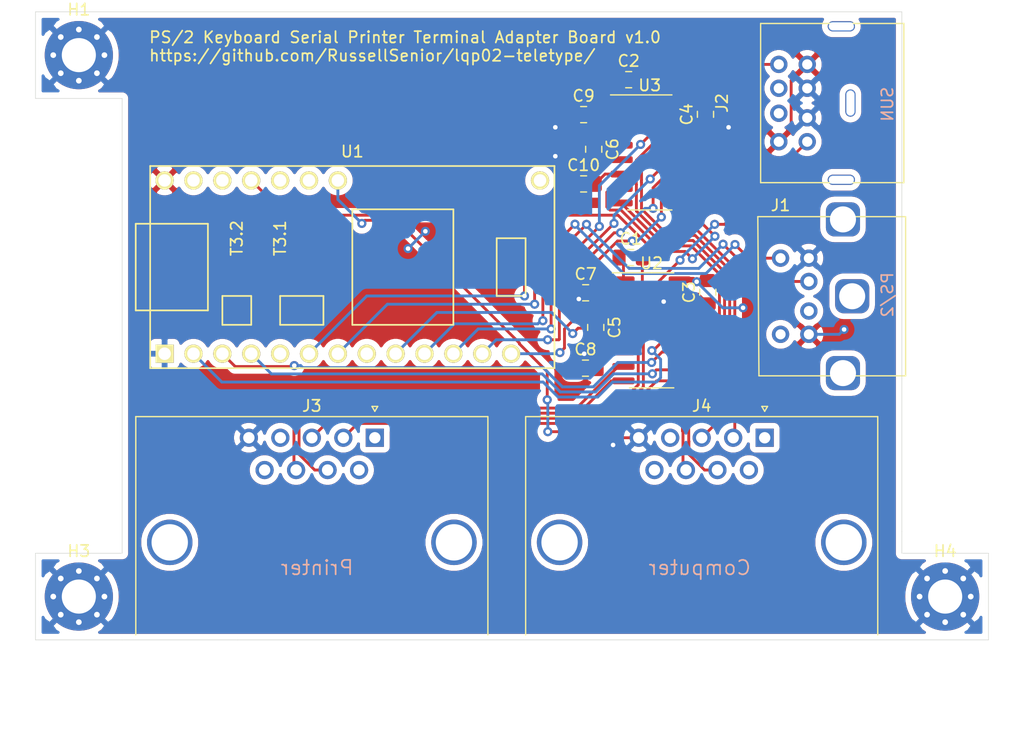
<source format=kicad_pcb>
(kicad_pcb (version 20171130) (host pcbnew 5.1.6-c6e7f7d~86~ubuntu16.04.1)
  (layers (0 F.Cu signal) (31 B.Cu signal) (34 B.Paste user) (35 F.Paste user) (36 B.SilkS user) (37 F.SilkS user) (38 B.Mask user) (39 F.Mask user) (44 Edge.Cuts user))
  (net 0 "")
  (net 1 "Net-(C1-Pad2)")
  (net 2 "Net-(C1-Pad1)")
  (net 3 "Net-(C2-Pad2)")
  (net 4 "Net-(C2-Pad1)")
  (net 5 VCC)
  (net 6 GND)
  (net 7 "Net-(C5-Pad2)")
  (net 8 "Net-(C5-Pad1)")
  (net 9 "Net-(C6-Pad2)")
  (net 10 "Net-(C6-Pad1)")
  (net 11 "Net-(C7-Pad2)")
  (net 12 "Net-(C8-Pad2)")
  (net 13 "Net-(C9-Pad2)")
  (net 14 "Net-(C10-Pad2)")
  (net 15 "Net-(J1-Pad6)")
  (net 16 "Net-(J1-Pad2)")
  (net 17 "Net-(J2-Pad7)")
  (net 18 "Net-(J2-Pad4)")
  (net 19 "Net-(J3-Pad9)")
  (net 20 "Net-(J3-Pad6)")
  (net 21 "Net-(J3-Pad4)")
  (net 22 "Net-(J3-Pad1)")
  (net 23 "Net-(J4-Pad9)")
  (net 24 "Net-(J4-Pad6)")
  (net 25 "Net-(J4-Pad4)")
  (net 26 "Net-(J4-Pad1)")
  (net 27 "Net-(U1-Pad5)")
  (net 28 "Net-(U1-Pad8)")
  (net 29 "Net-(U1-Pad32)")
  (net 30 "Net-(U1-Pad31)")
  (net 31 "Net-(U1-Pad29)")
  (net 32 "Net-(U1-Pad28)")
  (net 33 "Net-(U1-Pad20)")
  (net 34 /PS2_CLK)
  (net 35 /PS2_DATA)
  (net 36 /TX3)
  (net 37 /RX3)
  (net 38 /RTS_PTR)
  (net 39 /CTS_PTR)
  (net 40 /TX_PRT)
  (net 41 /RX_PTR)
  (net 42 /RTS_COMP)
  (net 43 /CTS_COMP)
  (net 44 /TX_COMP)
  (net 45 /RX_COMP)
  (net 46 /RX1)
  (net 47 /TX1)
  (net 48 /RTS1)
  (net 49 /RX2)
  (net 50 /TX2)
  (net 51 /RTS2)
  (net 52 /CTS2)
  (net 53 /CTS1)
  (module MountingHole:MountingHole_3mm_Pad_Via (layer F.Cu) (at 372.11 -349.885)
    (fp_text reference H4 (at 0 -4) (layer F.SilkS))
    (fp_text value MountingHole_Pad)
    (pad 1 thru_hole circle (at 1.59099 -1.59099) (size 0.8 0.8) (drill 0.5) (layers *.Cu *.Mask) (net 6 GND))
    (pad 1 thru_hole circle (at 0 -2.25) (size 0.8 0.8) (drill 0.5) (layers *.Cu *.Mask) (net 6 GND))
    (pad 1 thru_hole circle (at -1.59099 -1.59099) (size 0.8 0.8) (drill 0.5) (layers *.Cu *.Mask) (net 6 GND))
    (pad 1 thru_hole circle (at -2.25 0) (size 0.8 0.8) (drill 0.5) (layers *.Cu *.Mask) (net 6 GND))
    (pad 1 thru_hole circle (at -1.59099 1.59099) (size 0.8 0.8) (drill 0.5) (layers *.Cu *.Mask) (net 6 GND))
    (pad 1 thru_hole circle (at 0 2.25) (size 0.8 0.8) (drill 0.5) (layers *.Cu *.Mask) (net 6 GND))
    (pad 1 thru_hole circle (at 1.59099 1.59099) (size 0.8 0.8) (drill 0.5) (layers *.Cu *.Mask) (net 6 GND))
    (pad 1 thru_hole circle (at 2.25 0) (size 0.8 0.8) (drill 0.5) (layers *.Cu *.Mask) (net 6 GND))
    (pad 1 thru_hole circle (at 0 0) (size 6 6) (drill 3) (layers *.Cu *.Mask) (net 6 GND))
  )
  (module MountingHole:MountingHole_3mm_Pad_Via (layer F.Cu) (at 295.91 -349.885)
    (fp_text reference H3 (at 0 -4) (layer F.SilkS))
    (fp_text value MountingHole_Pad)
    (pad 1 thru_hole circle (at 1.59099 -1.59099) (size 0.8 0.8) (drill 0.5) (layers *.Cu *.Mask) (net 6 GND))
    (pad 1 thru_hole circle (at 0 -2.25) (size 0.8 0.8) (drill 0.5) (layers *.Cu *.Mask) (net 6 GND))
    (pad 1 thru_hole circle (at -1.59099 -1.59099) (size 0.8 0.8) (drill 0.5) (layers *.Cu *.Mask) (net 6 GND))
    (pad 1 thru_hole circle (at -2.25 0) (size 0.8 0.8) (drill 0.5) (layers *.Cu *.Mask) (net 6 GND))
    (pad 1 thru_hole circle (at -1.59099 1.59099) (size 0.8 0.8) (drill 0.5) (layers *.Cu *.Mask) (net 6 GND))
    (pad 1 thru_hole circle (at 0 2.25) (size 0.8 0.8) (drill 0.5) (layers *.Cu *.Mask) (net 6 GND))
    (pad 1 thru_hole circle (at 1.59099 1.59099) (size 0.8 0.8) (drill 0.5) (layers *.Cu *.Mask) (net 6 GND))
    (pad 1 thru_hole circle (at 2.25 0) (size 0.8 0.8) (drill 0.5) (layers *.Cu *.Mask) (net 6 GND))
    (pad 1 thru_hole circle (at 0 0) (size 6 6) (drill 3) (layers *.Cu *.Mask) (net 6 GND))
  )
  (module MountingHole:MountingHole_3mm_Pad_Via (layer F.Cu) (at 295.91 -397.51)
    (fp_text reference H1 (at 0 -4) (layer F.SilkS))
    (fp_text value MountingHole_Pad)
    (pad 1 thru_hole circle (at 1.59099 -1.59099) (size 0.8 0.8) (drill 0.5) (layers *.Cu *.Mask) (net 6 GND))
    (pad 1 thru_hole circle (at 0 -2.25) (size 0.8 0.8) (drill 0.5) (layers *.Cu *.Mask) (net 6 GND))
    (pad 1 thru_hole circle (at -1.59099 -1.59099) (size 0.8 0.8) (drill 0.5) (layers *.Cu *.Mask) (net 6 GND))
    (pad 1 thru_hole circle (at -2.25 0) (size 0.8 0.8) (drill 0.5) (layers *.Cu *.Mask) (net 6 GND))
    (pad 1 thru_hole circle (at -1.59099 1.59099) (size 0.8 0.8) (drill 0.5) (layers *.Cu *.Mask) (net 6 GND))
    (pad 1 thru_hole circle (at 0 2.25) (size 0.8 0.8) (drill 0.5) (layers *.Cu *.Mask) (net 6 GND))
    (pad 1 thru_hole circle (at 1.59099 1.59099) (size 0.8 0.8) (drill 0.5) (layers *.Cu *.Mask) (net 6 GND))
    (pad 1 thru_hole circle (at 2.25 0) (size 0.8 0.8) (drill 0.5) (layers *.Cu *.Mask) (net 6 GND))
    (pad 1 thru_hole circle (at 0 0) (size 6 6) (drill 3) (layers *.Cu *.Mask) (net 6 GND))
  )
  (module teensy:Teensy30_31_32_LC_minus (layer F.Cu) (at 319.9638 -378.8664)
    (fp_text reference U1 (at 0 -10.16) (layer F.SilkS))
    (fp_text value Teensy3.2)
    (fp_text user T3.1 (at -6.35 -2.54 90) (layer F.SilkS))
    (fp_text user T3.2 (at -10.16 -2.54 90) (layer F.SilkS))
    (pad 1 thru_hole rect (at -16.51 7.62) (size 1.6 1.6) (drill 1.1) (layers *.Cu *.Mask F.SilkS) (net 6 GND))
    (pad 2 thru_hole circle (at -13.97 7.62) (size 1.6 1.6) (drill 1.1) (layers *.Cu *.Mask F.SilkS) (net 46 /RX1))
    (pad 3 thru_hole circle (at -11.43 7.62) (size 1.6 1.6) (drill 1.1) (layers *.Cu *.Mask F.SilkS) (net 47 /TX1))
    (pad 4 thru_hole circle (at -8.89 7.62) (size 1.6 1.6) (drill 1.1) (layers *.Cu *.Mask F.SilkS) (net 48 /RTS1))
    (pad 5 thru_hole circle (at -6.35 7.62) (size 1.6 1.6) (drill 1.1) (layers *.Cu *.Mask F.SilkS) (net 27 "Net-(U1-Pad5)"))
    (pad 6 thru_hole circle (at -3.81 7.62) (size 1.6 1.6) (drill 1.1) (layers *.Cu *.Mask F.SilkS) (net 34 /PS2_CLK))
    (pad 7 thru_hole circle (at -1.27 7.62) (size 1.6 1.6) (drill 1.1) (layers *.Cu *.Mask F.SilkS) (net 35 /PS2_DATA))
    (pad 8 thru_hole circle (at 1.27 7.62) (size 1.6 1.6) (drill 1.1) (layers *.Cu *.Mask F.SilkS) (net 28 "Net-(U1-Pad8)"))
    (pad 9 thru_hole circle (at 3.81 7.62) (size 1.6 1.6) (drill 1.1) (layers *.Cu *.Mask F.SilkS) (net 37 /RX3))
    (pad 10 thru_hole circle (at 6.35 7.62) (size 1.6 1.6) (drill 1.1) (layers *.Cu *.Mask F.SilkS) (net 36 /TX3))
    (pad 11 thru_hole circle (at 8.89 7.62) (size 1.6 1.6) (drill 1.1) (layers *.Cu *.Mask F.SilkS) (net 49 /RX2))
    (pad 12 thru_hole circle (at 11.43 7.62) (size 1.6 1.6) (drill 1.1) (layers *.Cu *.Mask F.SilkS) (net 50 /TX2))
    (pad 13 thru_hole circle (at 13.97 7.62) (size 1.6 1.6) (drill 1.1) (layers *.Cu *.Mask F.SilkS) (net 51 /RTS2))
    (pad 33 thru_hole circle (at -16.51 -7.62) (size 1.6 1.6) (drill 1.1) (layers *.Cu *.Mask F.SilkS) (net 5 VCC))
    (pad 32 thru_hole circle (at -13.97 -7.62) (size 1.6 1.6) (drill 1.1) (layers *.Cu *.Mask F.SilkS) (net 29 "Net-(U1-Pad32)"))
    (pad 31 thru_hole circle (at -11.43 -7.62) (size 1.6 1.6) (drill 1.1) (layers *.Cu *.Mask F.SilkS) (net 30 "Net-(U1-Pad31)"))
    (pad 30 thru_hole circle (at -8.89 -7.62) (size 1.6 1.6) (drill 1.1) (layers *.Cu *.Mask F.SilkS) (net 52 /CTS2))
    (pad 29 thru_hole circle (at -6.35 -7.62) (size 1.6 1.6) (drill 1.1) (layers *.Cu *.Mask F.SilkS) (net 31 "Net-(U1-Pad29)"))
    (pad 28 thru_hole circle (at -3.81 -7.62) (size 1.6 1.6) (drill 1.1) (layers *.Cu *.Mask F.SilkS) (net 32 "Net-(U1-Pad28)"))
    (pad 27 thru_hole circle (at -1.27 -7.62) (size 1.6 1.6) (drill 1.1) (layers *.Cu *.Mask F.SilkS) (net 53 /CTS1))
    (pad 20 thru_hole circle (at 16.51 -7.62) (size 1.6 1.6) (drill 1.1) (layers *.Cu *.Mask F.SilkS) (net 33 "Net-(U1-Pad20)"))
  )
  (module Package_SO:SOIC-16_3.9x9.9mm_P1.27mm (layer F.Cu) (at 346.1258 -388.9502)
    (fp_text reference U3 (at 0 -5.9) (layer F.SilkS))
    (fp_text value MAX3232)
    (pad 16 smd roundrect (at 2.475 -4.445) (size 1.95 0.6) (layers F.Cu F.Paste F.Mask) (net 5 VCC))
    (pad 15 smd roundrect (at 2.475 -3.175) (size 1.95 0.6) (layers F.Cu F.Paste F.Mask) (net 6 GND))
    (pad 14 smd roundrect (at 2.475 -1.905) (size 1.95 0.6) (layers F.Cu F.Paste F.Mask) (net 44 /TX_COMP))
    (pad 13 smd roundrect (at 2.475 -0.635) (size 1.95 0.6) (layers F.Cu F.Paste F.Mask) (net 45 /RX_COMP))
    (pad 12 smd roundrect (at 2.475 0.635) (size 1.95 0.6) (layers F.Cu F.Paste F.Mask) (net 49 /RX2))
    (pad 11 smd roundrect (at 2.475 1.905) (size 1.95 0.6) (layers F.Cu F.Paste F.Mask) (net 50 /TX2))
    (pad 10 smd roundrect (at 2.475 3.175) (size 1.95 0.6) (layers F.Cu F.Paste F.Mask) (net 51 /RTS2))
    (pad 9 smd roundrect (at 2.475 4.445) (size 1.95 0.6) (layers F.Cu F.Paste F.Mask) (net 52 /CTS2))
    (pad 8 smd roundrect (at -2.475 4.445) (size 1.95 0.6) (layers F.Cu F.Paste F.Mask) (net 43 /CTS_COMP))
    (pad 7 smd roundrect (at -2.475 3.175) (size 1.95 0.6) (layers F.Cu F.Paste F.Mask) (net 42 /RTS_COMP))
    (pad 6 smd roundrect (at -2.475 1.905) (size 1.95 0.6) (layers F.Cu F.Paste F.Mask) (net 14 "Net-(C10-Pad2)"))
    (pad 5 smd roundrect (at -2.475 0.635) (size 1.95 0.6) (layers F.Cu F.Paste F.Mask) (net 9 "Net-(C6-Pad2)"))
    (pad 4 smd roundrect (at -2.475 -0.635) (size 1.95 0.6) (layers F.Cu F.Paste F.Mask) (net 10 "Net-(C6-Pad1)"))
    (pad 3 smd roundrect (at -2.475 -1.905) (size 1.95 0.6) (layers F.Cu F.Paste F.Mask) (net 3 "Net-(C2-Pad2)"))
    (pad 2 smd roundrect (at -2.475 -3.175) (size 1.95 0.6) (layers F.Cu F.Paste F.Mask) (net 13 "Net-(C9-Pad2)"))
    (pad 1 smd roundrect (at -2.475 -4.445) (size 1.95 0.6) (layers F.Cu F.Paste F.Mask) (net 4 "Net-(C2-Pad1)"))
  )
  (module Package_SO:SOIC-16_3.9x9.9mm_P1.27mm (layer F.Cu) (at 346.2894 -373.3038)
    (fp_text reference U2 (at 0 -5.9) (layer F.SilkS))
    (fp_text value MAX3232)
    (pad 16 smd roundrect (at 2.475 -4.445) (size 1.95 0.6) (layers F.Cu F.Paste F.Mask) (net 5 VCC))
    (pad 15 smd roundrect (at 2.475 -3.175) (size 1.95 0.6) (layers F.Cu F.Paste F.Mask) (net 6 GND))
    (pad 14 smd roundrect (at 2.475 -1.905) (size 1.95 0.6) (layers F.Cu F.Paste F.Mask) (net 40 /TX_PRT))
    (pad 13 smd roundrect (at 2.475 -0.635) (size 1.95 0.6) (layers F.Cu F.Paste F.Mask) (net 41 /RX_PTR))
    (pad 12 smd roundrect (at 2.475 0.635) (size 1.95 0.6) (layers F.Cu F.Paste F.Mask) (net 46 /RX1))
    (pad 11 smd roundrect (at 2.475 1.905) (size 1.95 0.6) (layers F.Cu F.Paste F.Mask) (net 47 /TX1))
    (pad 10 smd roundrect (at 2.475 3.175) (size 1.95 0.6) (layers F.Cu F.Paste F.Mask) (net 48 /RTS1))
    (pad 9 smd roundrect (at 2.475 4.445) (size 1.95 0.6) (layers F.Cu F.Paste F.Mask) (net 53 /CTS1))
    (pad 8 smd roundrect (at -2.475 4.445) (size 1.95 0.6) (layers F.Cu F.Paste F.Mask) (net 39 /CTS_PTR))
    (pad 7 smd roundrect (at -2.475 3.175) (size 1.95 0.6) (layers F.Cu F.Paste F.Mask) (net 38 /RTS_PTR))
    (pad 6 smd roundrect (at -2.475 1.905) (size 1.95 0.6) (layers F.Cu F.Paste F.Mask) (net 12 "Net-(C8-Pad2)"))
    (pad 5 smd roundrect (at -2.475 0.635) (size 1.95 0.6) (layers F.Cu F.Paste F.Mask) (net 7 "Net-(C5-Pad2)"))
    (pad 4 smd roundrect (at -2.475 -0.635) (size 1.95 0.6) (layers F.Cu F.Paste F.Mask) (net 8 "Net-(C5-Pad1)"))
    (pad 3 smd roundrect (at -2.475 -1.905) (size 1.95 0.6) (layers F.Cu F.Paste F.Mask) (net 1 "Net-(C1-Pad2)"))
    (pad 2 smd roundrect (at -2.475 -3.175) (size 1.95 0.6) (layers F.Cu F.Paste F.Mask) (net 11 "Net-(C7-Pad2)"))
    (pad 1 smd roundrect (at -2.475 -4.445) (size 1.95 0.6) (layers F.Cu F.Paste F.Mask) (net 2 "Net-(C1-Pad1)"))
  )
  (module Connector_Dsub:DSUB-9_Female_Horizontal_P2.77x2.84mm_EdgePinOffset14.56mm_Housed_MountingHolesOffset8.20mm (layer F.Cu) (at 356.235 -363.855)
    (fp_text reference J4 (at -5.54 -2.8) (layer F.SilkS))
    (fp_text value DB9_Female)
    (pad 0 thru_hole circle (at 6.96 9.2) (size 4 4) (drill 3.2) (layers *.Cu *.Mask))
    (pad 0 thru_hole circle (at -18.04 9.2) (size 4 4) (drill 3.2) (layers *.Cu *.Mask))
    (pad 9 thru_hole circle (at -9.695 2.84) (size 1.6 1.6) (drill 1) (layers *.Cu *.Mask) (net 23 "Net-(J4-Pad9)"))
    (pad 8 thru_hole circle (at -6.925 2.84) (size 1.6 1.6) (drill 1) (layers *.Cu *.Mask) (net 42 /RTS_COMP))
    (pad 7 thru_hole circle (at -4.155 2.84) (size 1.6 1.6) (drill 1) (layers *.Cu *.Mask) (net 43 /CTS_COMP))
    (pad 6 thru_hole circle (at -1.385 2.84) (size 1.6 1.6) (drill 1) (layers *.Cu *.Mask) (net 24 "Net-(J4-Pad6)"))
    (pad 5 thru_hole circle (at -11.08 0) (size 1.6 1.6) (drill 1) (layers *.Cu *.Mask) (net 6 GND))
    (pad 4 thru_hole circle (at -8.31 0) (size 1.6 1.6) (drill 1) (layers *.Cu *.Mask) (net 25 "Net-(J4-Pad4)"))
    (pad 3 thru_hole circle (at -5.54 0) (size 1.6 1.6) (drill 1) (layers *.Cu *.Mask) (net 44 /TX_COMP))
    (pad 2 thru_hole circle (at -2.77 0) (size 1.6 1.6) (drill 1) (layers *.Cu *.Mask) (net 45 /RX_COMP))
    (pad 1 thru_hole rect (at 0 0) (size 1.6 1.6) (drill 1) (layers *.Cu *.Mask) (net 26 "Net-(J4-Pad1)"))
  )
  (module Connector_Dsub:DSUB-9_Female_Horizontal_P2.77x2.84mm_EdgePinOffset14.56mm_Housed_MountingHolesOffset8.20mm (layer F.Cu) (at 321.945 -363.855)
    (fp_text reference J3 (at -5.54 -2.8) (layer F.SilkS))
    (fp_text value DB9_Female)
    (pad 0 thru_hole circle (at 6.96 9.2) (size 4 4) (drill 3.2) (layers *.Cu *.Mask))
    (pad 0 thru_hole circle (at -18.04 9.2) (size 4 4) (drill 3.2) (layers *.Cu *.Mask))
    (pad 9 thru_hole circle (at -9.695 2.84) (size 1.6 1.6) (drill 1) (layers *.Cu *.Mask) (net 19 "Net-(J3-Pad9)"))
    (pad 8 thru_hole circle (at -6.925 2.84) (size 1.6 1.6) (drill 1) (layers *.Cu *.Mask) (net 38 /RTS_PTR))
    (pad 7 thru_hole circle (at -4.155 2.84) (size 1.6 1.6) (drill 1) (layers *.Cu *.Mask) (net 39 /CTS_PTR))
    (pad 6 thru_hole circle (at -1.385 2.84) (size 1.6 1.6) (drill 1) (layers *.Cu *.Mask) (net 20 "Net-(J3-Pad6)"))
    (pad 5 thru_hole circle (at -11.08 0) (size 1.6 1.6) (drill 1) (layers *.Cu *.Mask) (net 6 GND))
    (pad 4 thru_hole circle (at -8.31 0) (size 1.6 1.6) (drill 1) (layers *.Cu *.Mask) (net 21 "Net-(J3-Pad4)"))
    (pad 3 thru_hole circle (at -5.54 0) (size 1.6 1.6) (drill 1) (layers *.Cu *.Mask) (net 40 /TX_PRT))
    (pad 2 thru_hole circle (at -2.77 0) (size 1.6 1.6) (drill 1) (layers *.Cu *.Mask) (net 41 /RX_PTR))
    (pad 1 thru_hole rect (at 0 0) (size 1.6 1.6) (drill 1) (layers *.Cu *.Mask) (net 22 "Net-(J3-Pad1)"))
  )
  (module ps2-serial-printer-terminal:MD-80SM (layer F.Cu) (at 368.4778 -393.2936 270)
    (fp_text reference J2 (at 0 16 90) (layer F.SilkS))
    (fp_text value Mini-DIN-8)
    (pad "" thru_hole oval (at 6.75 5.5 270) (size 0.9 2.4) (drill oval 0.7 2.2) (layers *.Cu *.Mask))
    (pad "" thru_hole oval (at -6.75 5.5 270) (size 0.9 2.4) (drill oval 0.7 2.2) (layers *.Cu *.Mask))
    (pad "" thru_hole oval (at 0 4.7 270) (size 2.4 0.9) (drill oval 2.2 0.7) (layers *.Cu *.Mask))
    (pad 8 thru_hole circle (at 3.4 11 270) (size 1.524 1.524) (drill 0.9) (layers *.Cu *.Mask) (net 5 VCC))
    (pad 7 thru_hole circle (at 0.9 11 270) (size 1.524 1.524) (drill 0.9) (layers *.Cu *.Mask) (net 17 "Net-(J2-Pad7)"))
    (pad 6 thru_hole circle (at -3.4 11 270) (size 1.524 1.524) (drill 0.9) (layers *.Cu *.Mask) (net 36 /TX3))
    (pad 5 thru_hole circle (at 3.4 8.5 270) (size 1.524 1.524) (drill 0.9) (layers *.Cu *.Mask) (net 37 /RX3))
    (pad 4 thru_hole circle (at -1.3 11 270) (size 1.524 1.524) (drill 0.9) (layers *.Cu *.Mask) (net 18 "Net-(J2-Pad4)"))
    (pad 3 thru_hole circle (at -3.4 8.5 270) (size 1.524 1.524) (drill 0.9) (layers *.Cu *.Mask) (net 5 VCC))
    (pad 2 thru_hole circle (at 1.3 8.5 270) (size 1.524 1.524) (drill 0.9) (layers *.Cu *.Mask) (net 6 GND))
    (pad 1 thru_hole circle (at -1.3 8.5 270) (size 1.524 1.524) (drill 0.9) (layers *.Cu *.Mask) (net 6 GND))
  )
  (module ps2-serial-printer-terminal:5749231-1 (layer F.Cu) (at 368.6312 -376.301 270)
    (fp_text reference J1 (at -8 11) (layer F.SilkS))
    (fp_text value Mini-DIN-6)
    (pad GND thru_hole roundrect (at 6.76 5.51 270) (size 3 3) (drill 2.29) (layers *.Cu *.Mask))
    (pad GND thru_hole roundrect (at -6.76 5.51 270) (size 3 3) (drill 2.29) (layers *.Cu *.Mask))
    (pad GND thru_hole roundrect (at 0 4.7 270) (size 3 3) (drill 2.29) (layers *.Cu *.Mask))
    (pad 5 thru_hole circle (at -3.35 11 270) (size 1.524 1.524) (drill 0.89) (layers *.Cu *.Mask) (net 34 /PS2_CLK))
    (pad 6 thru_hole circle (at 3.35 11 270) (size 1.524 1.524) (drill 0.89) (layers *.Cu *.Mask) (net 15 "Net-(J1-Pad6)"))
    (pad 3 thru_hole circle (at -3.35 8.51 270) (size 1.524 1.524) (drill 0.89) (layers *.Cu *.Mask) (net 6 GND))
    (pad 4 thru_hole circle (at 3.35 8.51 270) (size 1.524 1.524) (drill 0.89) (layers *.Cu *.Mask) (net 5 VCC))
    (pad 1 thru_hole circle (at -1.3 8.51 270) (size 1.524 1.524) (drill 0.89) (layers *.Cu *.Mask) (net 35 /PS2_DATA))
    (pad 2 thru_hole circle (at 1.3 8.51 270) (size 1.524 1.524) (drill 0.89) (layers *.Cu *.Mask) (net 16 "Net-(J1-Pad2)"))
  )
  (module Capacitor_SMD:C_0805_2012Metric_Pad1.15x1.40mm_HandSolder (layer F.Cu) (at 340.3092 -386.1816)
    (fp_text reference C10 (at 0 -1.65) (layer F.SilkS))
    (fp_text value C)
    (pad 2 smd roundrect (at 1.025 0) (size 1.15 1.4) (layers F.Cu F.Paste F.Mask) (roundrect_rratio 0.217391) (net 14 "Net-(C10-Pad2)"))
    (pad 1 smd roundrect (at -1.025 0) (size 1.15 1.4) (layers F.Cu F.Paste F.Mask) (roundrect_rratio 0.217391) (net 6 GND))
  )
  (module Capacitor_SMD:C_0805_2012Metric_Pad1.15x1.40mm_HandSolder (layer F.Cu) (at 340.3092 -392.2776)
    (fp_text reference C9 (at 0 -1.65) (layer F.SilkS))
    (fp_text value C)
    (pad 2 smd roundrect (at 1.025 0) (size 1.15 1.4) (layers F.Cu F.Paste F.Mask) (roundrect_rratio 0.217391) (net 13 "Net-(C9-Pad2)"))
    (pad 1 smd roundrect (at -1.025 0) (size 1.15 1.4) (layers F.Cu F.Paste F.Mask) (roundrect_rratio 0.217391) (net 6 GND))
  )
  (module Capacitor_SMD:C_0805_2012Metric_Pad1.15x1.40mm_HandSolder (layer F.Cu) (at 340.4706 -369.9764)
    (fp_text reference C8 (at 0 -1.65) (layer F.SilkS))
    (fp_text value C)
    (pad 2 smd roundrect (at 1.025 0) (size 1.15 1.4) (layers F.Cu F.Paste F.Mask) (roundrect_rratio 0.217391) (net 12 "Net-(C8-Pad2)"))
    (pad 1 smd roundrect (at -1.025 0) (size 1.15 1.4) (layers F.Cu F.Paste F.Mask) (roundrect_rratio 0.217391) (net 6 GND))
  )
  (module Capacitor_SMD:C_0805_2012Metric_Pad1.15x1.40mm_HandSolder (layer F.Cu) (at 340.487 -376.6058)
    (fp_text reference C7 (at 0 -1.65) (layer F.SilkS))
    (fp_text value C)
    (pad 2 smd roundrect (at 1.025 0) (size 1.15 1.4) (layers F.Cu F.Paste F.Mask) (roundrect_rratio 0.217391) (net 11 "Net-(C7-Pad2)"))
    (pad 1 smd roundrect (at -1.025 0) (size 1.15 1.4) (layers F.Cu F.Paste F.Mask) (roundrect_rratio 0.217391) (net 6 GND))
  )
  (module Capacitor_SMD:C_0805_2012Metric_Pad1.15x1.40mm_HandSolder (layer F.Cu) (at 341.1982 -389.2296 270)
    (fp_text reference C6 (at 0 -1.65 90) (layer F.SilkS))
    (fp_text value C)
    (pad 2 smd roundrect (at 1.025 0 270) (size 1.15 1.4) (layers F.Cu F.Paste F.Mask) (roundrect_rratio 0.217391) (net 9 "Net-(C6-Pad2)"))
    (pad 1 smd roundrect (at -1.025 0 270) (size 1.15 1.4) (layers F.Cu F.Paste F.Mask) (roundrect_rratio 0.217391) (net 10 "Net-(C6-Pad1)"))
  )
  (module Capacitor_SMD:C_0805_2012Metric_Pad1.15x1.40mm_HandSolder (layer F.Cu) (at 341.376 -373.5578 270)
    (fp_text reference C5 (at 0 -1.65 90) (layer F.SilkS))
    (fp_text value C)
    (pad 2 smd roundrect (at 1.025 0 270) (size 1.15 1.4) (layers F.Cu F.Paste F.Mask) (roundrect_rratio 0.217391) (net 7 "Net-(C5-Pad2)"))
    (pad 1 smd roundrect (at -1.025 0 270) (size 1.15 1.4) (layers F.Cu F.Paste F.Mask) (roundrect_rratio 0.217391) (net 8 "Net-(C5-Pad1)"))
  )
  (module Capacitor_SMD:C_0805_2012Metric_Pad1.15x1.40mm_HandSolder (layer F.Cu) (at 351.028 -392.303 90)
    (fp_text reference C4 (at 0 -1.65 90) (layer F.SilkS))
    (fp_text value C)
    (pad 2 smd roundrect (at 1.025 0 90) (size 1.15 1.4) (layers F.Cu F.Paste F.Mask) (roundrect_rratio 0.217391) (net 5 VCC))
    (pad 1 smd roundrect (at -1.025 0 90) (size 1.15 1.4) (layers F.Cu F.Paste F.Mask) (roundrect_rratio 0.217391) (net 6 GND))
  )
  (module Capacitor_SMD:C_0805_2012Metric_Pad1.15x1.40mm_HandSolder (layer F.Cu) (at 351.2312 -376.6566 90)
    (fp_text reference C3 (at 0 -1.65 90) (layer F.SilkS))
    (fp_text value C)
    (pad 2 smd roundrect (at 1.025 0 90) (size 1.15 1.4) (layers F.Cu F.Paste F.Mask) (roundrect_rratio 0.217391) (net 5 VCC))
    (pad 1 smd roundrect (at -1.025 0 90) (size 1.15 1.4) (layers F.Cu F.Paste F.Mask) (roundrect_rratio 0.217391) (net 6 GND))
  )
  (module Capacitor_SMD:C_0805_2012Metric_Pad1.15x1.40mm_HandSolder (layer F.Cu) (at 344.2716 -395.351)
    (fp_text reference C2 (at 0 -1.65) (layer F.SilkS))
    (fp_text value C)
    (pad 2 smd roundrect (at 1.025 0) (size 1.15 1.4) (layers F.Cu F.Paste F.Mask) (roundrect_rratio 0.217391) (net 3 "Net-(C2-Pad2)"))
    (pad 1 smd roundrect (at -1.025 0) (size 1.15 1.4) (layers F.Cu F.Paste F.Mask) (roundrect_rratio 0.217391) (net 4 "Net-(C2-Pad1)"))
  )
  (module Capacitor_SMD:C_0805_2012Metric_Pad1.15x1.40mm_HandSolder (layer F.Cu) (at 344.4494 -379.7046)
    (fp_text reference C1 (at 0 -1.65) (layer F.SilkS))
    (fp_text value C)
    (pad 2 smd roundrect (at 1.025 0) (size 1.15 1.4) (layers F.Cu F.Paste F.Mask) (roundrect_rratio 0.217391) (net 1 "Net-(C1-Pad2)"))
    (pad 1 smd roundrect (at -1.025 0) (size 1.15 1.4) (layers F.Cu F.Paste F.Mask) (roundrect_rratio 0.217391) (net 2 "Net-(C1-Pad1)"))
  )
  (gr_line (start 292.1 -393.7) (end 299.72 -393.7) (layer Edge.Cuts) (width 0.05))
  (gr_line (start 368.3 -353.695) (end 368.3 -355.6) (layer Edge.Cuts) (width 0.05))
  (gr_line (start 375.92 -353.695) (end 368.3 -353.695) (layer Edge.Cuts) (width 0.05))
  (gr_line (start 375.92 -346.075) (end 375.92 -353.695) (layer Edge.Cuts) (width 0.05))
  (gr_line (start 309.88 -346.075) (end 375.92 -346.075) (layer Edge.Cuts) (width 0.05))
  (gr_line (start 293.37 -401.32) (end 292.1 -401.32) (layer Edge.Cuts) (width 0.05))
  (gr_line (start 292.1 -401.32) (end 292.1 -393.7) (layer Edge.Cuts) (width 0.05))
  (gr_line (start 292.1 -346.075) (end 299.72 -346.075) (layer Edge.Cuts) (width 0.05))
  (gr_line (start 292.1 -353.695) (end 292.1 -346.075) (layer Edge.Cuts) (width 0.05))
  (gr_line (start 299.72 -353.695) (end 292.1 -353.695) (layer Edge.Cuts) (width 0.05))
  (gr_line (start 299.72 -393.7) (end 299.72 -353.695) (layer Edge.Cuts) (width 0.05))
  (gr_line (start 299.72 -401.32) (end 293.37 -401.32) (layer Edge.Cuts) (width 0.05))
  (gr_line (start 368.3 -401.32) (end 368.3 -355.6) (layer Edge.Cuts) (width 0.05))
  (gr_line (start 309.88 -346.075) (end 299.72 -346.075) (layer Edge.Cuts) (width 0.05))
  (gr_text "PS/2 Keyboard Serial Printer Terminal Adapter Board v1.0\nhttps://github.com/RussellSenior/lqp02-teletype/" (at 302.006 -398.272) (layer F.SilkS) (effects (font (size 1 1)) (justify left)))
  (gr_text SUN (at 367.03 -393.192 90) (layer B.SilkS) (effects (font (size 1 1)) (justify mirror)))
  (gr_text PS/2 (at 367.03 -376.428 90) (layer B.SilkS) (effects (font (size 1 1)) (justify mirror)))
  (gr_text Computer (at 350.52 -352.425) (layer B.SilkS) (effects (font (size 1.27 1.27)) (justify mirror)))
  (gr_text Printer (at 316.865 -352.425) (layer B.SilkS) (effects (font (size 1.27 1.27)) (justify mirror)))
  (gr_line (start 368.3 -401.32) (end 299.72 -401.32) (layer Edge.Cuts) (width 0.05))
  (segment (start 345.4744 -375.8938) (end 345.4744 -379.7046) (width 0.25) (layer F.Cu) (net 1))
  (segment (start 344.7894 -375.2088) (end 345.4744 -375.8938) (width 0.25) (layer F.Cu) (net 1))
  (segment (start 343.8144 -375.2088) (end 344.7894 -375.2088) (width 0.25) (layer F.Cu) (net 1))
  (segment (start 343.8144 -379.3146) (end 343.4244 -379.7046) (width 0.25) (layer F.Cu) (net 2))
  (segment (start 343.8144 -377.7488) (end 343.8144 -379.3146) (width 0.25) (layer F.Cu) (net 2))
  (segment (start 343.6508 -390.8552) (end 345.059 -390.8552) (width 0.25) (layer F.Cu) (net 3))
  (segment (start 345.2966 -391.0928) (end 345.2966 -395.351) (width 0.25) (layer F.Cu) (net 3))
  (segment (start 345.059 -390.8552) (end 345.2966 -391.0928) (width 0.25) (layer F.Cu) (net 3))
  (segment (start 343.2466 -393.7994) (end 343.6508 -393.3952) (width 0.25) (layer F.Cu) (net 4))
  (segment (start 343.2466 -395.351) (end 343.2466 -393.7994) (width 0.25) (layer F.Cu) (net 4))
  (segment (start 350.9608 -393.3952) (end 351.028 -393.328) (width 0.25) (layer F.Cu) (net 5))
  (segment (start 348.6008 -393.3952) (end 350.9608 -393.3952) (width 0.25) (layer F.Cu) (net 5))
  (via (at 363.22 -373.38) (size 0.8) (drill 0.4) (layers F.Cu B.Cu) (net 5))
  (segment (start 362.791 -372.951) (end 363.22 -373.38) (width 0.25) (layer B.Cu) (net 5))
  (segment (start 360.1212 -372.951) (end 362.791 -372.951) (width 0.25) (layer B.Cu) (net 5))
  (via (at 350.25322 -377.57599) (size 0.8) (drill 0.4) (layers F.Cu B.Cu) (net 5))
  (segment (start 350.35883 -377.6816) (end 350.25322 -377.57599) (width 0.25) (layer F.Cu) (net 5))
  (segment (start 351.2312 -377.6816) (end 350.35883 -377.6816) (width 0.25) (layer F.Cu) (net 5))
  (via (at 354.33124 -375.285166) (size 0.8) (drill 0.4) (layers F.Cu B.Cu) (net 5))
  (segment (start 352.544044 -375.285166) (end 354.33124 -375.285166) (width 0.25) (layer B.Cu) (net 5))
  (segment (start 350.25322 -377.57599) (end 352.544044 -375.285166) (width 0.25) (layer B.Cu) (net 5))
  (segment (start 358.564801 -390.980601) (end 357.4778 -389.8936) (width 0.25) (layer F.Cu) (net 5))
  (segment (start 358.564801 -395.280601) (end 358.564801 -390.980601) (width 0.25) (layer F.Cu) (net 5))
  (segment (start 359.9778 -396.6936) (end 358.564801 -395.280601) (width 0.25) (layer F.Cu) (net 5))
  (segment (start 309.4482 -380.492) (end 324.866 -380.492) (width 0.25) (layer F.Cu) (net 5))
  (via (at 324.866 -380.492) (size 0.8) (drill 0.4) (layers F.Cu B.Cu) (net 5))
  (segment (start 303.4538 -386.4864) (end 309.4482 -380.492) (width 0.25) (layer F.Cu) (net 5))
  (via (at 326.39 -382.016) (size 0.8) (drill 0.4) (layers F.Cu B.Cu) (net 5))
  (segment (start 324.866 -380.492) (end 326.39 -382.016) (width 0.25) (layer B.Cu) (net 5))
  (segment (start 350.384 -376.4788) (end 351.2312 -375.6316) (width 0.25) (layer F.Cu) (net 6))
  (segment (start 348.7644 -376.4788) (end 350.384 -376.4788) (width 0.25) (layer F.Cu) (net 6))
  (segment (start 350.1808 -392.1252) (end 351.028 -391.278) (width 0.25) (layer F.Cu) (net 6))
  (segment (start 348.6008 -392.1252) (end 350.1808 -392.1252) (width 0.25) (layer F.Cu) (net 6))
  (via (at 353.06 -391.16) (size 0.8) (drill 0.4) (layers F.Cu B.Cu) (net 6))
  (segment (start 352.942 -391.278) (end 353.06 -391.16) (width 0.25) (layer F.Cu) (net 6))
  (segment (start 351.028 -391.278) (end 352.942 -391.278) (width 0.25) (layer F.Cu) (net 6))
  (via (at 337.82 -388.62) (size 0.8) (drill 0.4) (layers F.Cu B.Cu) (net 6))
  (segment (start 339.2842 -387.1558) (end 337.82 -388.62) (width 0.25) (layer F.Cu) (net 6))
  (segment (start 339.2842 -386.1816) (end 339.2842 -387.1558) (width 0.25) (layer F.Cu) (net 6))
  (via (at 337.82 -391.16) (size 0.8) (drill 0.4) (layers F.Cu B.Cu) (net 6))
  (segment (start 338.9376 -392.2776) (end 337.82 -391.16) (width 0.25) (layer F.Cu) (net 6))
  (segment (start 339.2842 -392.2776) (end 338.9376 -392.2776) (width 0.25) (layer F.Cu) (net 6))
  (via (at 342.9 -363.22) (size 0.8) (drill 0.4) (layers F.Cu B.Cu) (net 6))
  (segment (start 343.535 -363.855) (end 342.9 -363.22) (width 0.25) (layer F.Cu) (net 6))
  (segment (start 345.155 -363.855) (end 343.535 -363.855) (width 0.25) (layer F.Cu) (net 6))
  (segment (start 339.462 -376.482707) (end 339.88699 -376.057717) (width 0.25) (layer F.Cu) (net 6))
  (via (at 339.88699 -376.057717) (size 0.8) (drill 0.4) (layers F.Cu B.Cu) (net 6))
  (segment (start 339.462 -376.6058) (end 339.462 -376.482707) (width 0.25) (layer F.Cu) (net 6))
  (segment (start 340.024707 -375.92) (end 340.36 -375.92) (width 0.25) (layer B.Cu) (net 6))
  (segment (start 340.024707 -375.92) (end 339.88699 -376.057717) (width 0.25) (layer B.Cu) (net 6))
  (via (at 347.351183 -375.829178) (size 0.8) (drill 0.4) (layers F.Cu B.Cu) (net 6))
  (segment (start 348.000805 -376.4788) (end 347.351183 -375.829178) (width 0.25) (layer F.Cu) (net 6))
  (segment (start 348.7644 -376.4788) (end 348.000805 -376.4788) (width 0.25) (layer F.Cu) (net 6))
  (segment (start 340.0298 -370.5098) (end 339.462 -370.5098) (width 0.25) (layer F.Cu) (net 6))
  (segment (start 340.385483 -370.865483) (end 340.0298 -370.5098) (width 0.25) (layer F.Cu) (net 6))
  (segment (start 340.36 -371.2419) (end 340.385483 -370.865483) (width 0.25) (layer F.Cu) (net 6))
  (via (at 340.36 -371.2419) (size 0.8) (drill 0.4) (layers F.Cu B.Cu) (net 6))
  (segment (start 341.512 -372.6688) (end 341.376 -372.5328) (width 0.25) (layer F.Cu) (net 7))
  (segment (start 343.8144 -372.6688) (end 341.512 -372.6688) (width 0.25) (layer F.Cu) (net 7))
  (segment (start 342.02 -373.9388) (end 341.376 -374.5828) (width 0.25) (layer F.Cu) (net 8))
  (segment (start 343.8144 -373.9388) (end 342.02 -373.9388) (width 0.25) (layer F.Cu) (net 8))
  (segment (start 341.3088 -388.3152) (end 341.1982 -388.2046) (width 0.25) (layer F.Cu) (net 9))
  (segment (start 343.6508 -388.3152) (end 341.3088 -388.3152) (width 0.25) (layer F.Cu) (net 9))
  (segment (start 341.8676 -389.5852) (end 341.1982 -390.2546) (width 0.25) (layer F.Cu) (net 10))
  (segment (start 343.6508 -389.5852) (end 341.8676 -389.5852) (width 0.25) (layer F.Cu) (net 10))
  (segment (start 341.639 -376.4788) (end 341.512 -376.6058) (width 0.25) (layer F.Cu) (net 11))
  (segment (start 343.8144 -376.4788) (end 341.639 -376.4788) (width 0.25) (layer F.Cu) (net 11))
  (segment (start 342.401 -371.3988) (end 341.512 -370.5098) (width 0.25) (layer F.Cu) (net 12))
  (segment (start 343.8144 -371.3988) (end 342.401 -371.3988) (width 0.25) (layer F.Cu) (net 12))
  (segment (start 341.4866 -392.1252) (end 341.3342 -392.2776) (width 0.25) (layer F.Cu) (net 13))
  (segment (start 343.6508 -392.1252) (end 341.4866 -392.1252) (width 0.25) (layer F.Cu) (net 13))
  (segment (start 342.1978 -387.0452) (end 341.3342 -386.1816) (width 0.25) (layer F.Cu) (net 14))
  (segment (start 343.6508 -387.0452) (end 342.1978 -387.0452) (width 0.25) (layer F.Cu) (net 14))
  (via (at 353.624891 -380.851276) (size 0.8) (drill 0.4) (layers F.Cu B.Cu) (net 34))
  (segment (start 354.825167 -379.651) (end 353.624891 -380.851276) (width 0.25) (layer F.Cu) (net 34))
  (segment (start 357.6312 -379.651) (end 354.825167 -379.651) (width 0.25) (layer F.Cu) (net 34))
  (via (at 339.550546 -382.638251) (size 0.8) (drill 0.4) (layers F.Cu B.Cu) (net 34))
  (segment (start 343.814808 -378.30099) (end 339.550546 -382.565252) (width 0.25) (layer B.Cu) (net 34))
  (segment (start 353.624891 -380.851276) (end 351.074605 -378.30099) (width 0.25) (layer B.Cu) (net 34))
  (segment (start 339.550546 -382.565252) (end 339.550546 -382.638251) (width 0.25) (layer B.Cu) (net 34))
  (segment (start 351.074605 -378.30099) (end 343.814808 -378.30099) (width 0.25) (layer B.Cu) (net 34))
  (via (at 335.110997 -376.325679) (size 0.8) (drill 0.4) (layers F.Cu B.Cu) (net 34))
  (segment (start 335.110997 -378.198702) (end 335.110997 -376.325679) (width 0.25) (layer F.Cu) (net 34))
  (segment (start 339.550546 -382.638251) (end 335.110997 -378.198702) (width 0.25) (layer F.Cu) (net 34))
  (segment (start 321.233079 -376.325679) (end 316.1538 -371.2464) (width 0.25) (layer B.Cu) (net 34))
  (segment (start 335.110997 -376.325679) (end 321.233079 -376.325679) (width 0.25) (layer B.Cu) (net 34))
  (via (at 352.573497 -380.877364) (size 0.8) (drill 0.4) (layers F.Cu B.Cu) (net 35))
  (segment (start 355.849861 -377.601) (end 352.573497 -380.877364) (width 0.25) (layer F.Cu) (net 35))
  (segment (start 360.1212 -377.601) (end 355.849861 -377.601) (width 0.25) (layer F.Cu) (net 35))
  (segment (start 352.573497 -380.877364) (end 350.447132 -378.750999) (width 0.25) (layer B.Cu) (net 35))
  (segment (start 344.310773 -378.750999) (end 340.5632 -382.498572) (width 0.25) (layer B.Cu) (net 35))
  (via (at 340.5632 -382.6256) (size 0.8) (drill 0.4) (layers F.Cu B.Cu) (net 35))
  (segment (start 350.447132 -378.750999) (end 344.310773 -378.750999) (width 0.25) (layer B.Cu) (net 35))
  (segment (start 340.5632 -382.498572) (end 340.5632 -382.6256) (width 0.25) (layer B.Cu) (net 35))
  (via (at 335.99933 -375.600679) (size 0.8) (drill 0.4) (layers F.Cu B.Cu) (net 35))
  (segment (start 335.99933 -378.06173) (end 335.99933 -375.600679) (width 0.25) (layer F.Cu) (net 35))
  (segment (start 340.5632 -382.6256) (end 335.99933 -378.06173) (width 0.25) (layer F.Cu) (net 35))
  (segment (start 323.048079 -375.600679) (end 318.6938 -371.2464) (width 0.25) (layer B.Cu) (net 35))
  (segment (start 335.99933 -375.600679) (end 323.048079 -375.600679) (width 0.25) (layer B.Cu) (net 35))
  (via (at 345.320342 -389.654058) (size 0.8) (drill 0.4) (layers F.Cu B.Cu) (net 36))
  (segment (start 357.4778 -396.6936) (end 350.252432 -396.6936) (width 0.25) (layer F.Cu) (net 36))
  (segment (start 350.252432 -396.6936) (end 347.30079 -393.741958) (width 0.25) (layer F.Cu) (net 36))
  (segment (start 347.30079 -393.741958) (end 347.30079 -391.634506) (width 0.25) (layer F.Cu) (net 36))
  (segment (start 347.30079 -391.634506) (end 345.320342 -389.654058) (width 0.25) (layer F.Cu) (net 36))
  (via (at 341.693515 -382.441259) (size 0.8) (drill 0.4) (layers F.Cu B.Cu) (net 36))
  (segment (start 341.693515 -386.027231) (end 341.693515 -382.441259) (width 0.25) (layer B.Cu) (net 36))
  (segment (start 345.320342 -389.654058) (end 341.693515 -386.027231) (width 0.25) (layer B.Cu) (net 36))
  (segment (start 336.72433 -377.472074) (end 336.72433 -374.150678) (width 0.25) (layer F.Cu) (net 36))
  (via (at 336.72433 -374.150678) (size 0.8) (drill 0.4) (layers F.Cu B.Cu) (net 36))
  (segment (start 341.693515 -382.441259) (end 336.72433 -377.472074) (width 0.25) (layer F.Cu) (net 36))
  (segment (start 328.943088 -373.875688) (end 326.3138 -371.2464) (width 0.25) (layer B.Cu) (net 36))
  (segment (start 336.283688 -373.875688) (end 328.943088 -373.875688) (width 0.25) (layer B.Cu) (net 36))
  (segment (start 336.558678 -374.150678) (end 336.283688 -373.875688) (width 0.25) (layer B.Cu) (net 36))
  (segment (start 336.72433 -374.150678) (end 336.558678 -374.150678) (width 0.25) (layer B.Cu) (net 36))
  (via (at 351.834638 -382.626193) (size 0.8) (drill 0.4) (layers F.Cu B.Cu) (net 37))
  (segment (start 352.710393 -382.626193) (end 351.834638 -382.626193) (width 0.25) (layer F.Cu) (net 37))
  (segment (start 359.9778 -389.8936) (end 352.710393 -382.626193) (width 0.25) (layer F.Cu) (net 37))
  (via (at 348.7928 -379.476) (size 0.8) (drill 0.4) (layers F.Cu B.Cu) (net 37))
  (segment (start 348.7928 -379.584355) (end 348.7928 -379.476) (width 0.25) (layer B.Cu) (net 37))
  (segment (start 351.834638 -382.626193) (end 348.7928 -379.584355) (width 0.25) (layer B.Cu) (net 37))
  (segment (start 342.617642 -373.48879) (end 339.821947 -373.48879) (width 0.25) (layer F.Cu) (net 37))
  (segment (start 339.821947 -373.48879) (end 339.351399 -373.018242) (width 0.25) (layer F.Cu) (net 37))
  (segment (start 342.792642 -373.31379) (end 342.617642 -373.48879) (width 0.25) (layer F.Cu) (net 37))
  (segment (start 348.7928 -379.476) (end 346.37441 -377.05761) (width 0.25) (layer F.Cu) (net 37))
  (segment (start 344.836158 -373.31379) (end 342.792642 -373.31379) (width 0.25) (layer F.Cu) (net 37))
  (segment (start 346.37441 -377.05761) (end 346.37441 -374.852042) (width 0.25) (layer F.Cu) (net 37))
  (via (at 339.351399 -373.018242) (size 0.8) (drill 0.4) (layers F.Cu B.Cu) (net 37))
  (segment (start 346.37441 -374.852042) (end 344.836158 -373.31379) (width 0.25) (layer F.Cu) (net 37))
  (segment (start 327.403079 -374.875679) (end 323.7738 -371.2464) (width 0.25) (layer B.Cu) (net 37))
  (segment (start 337.493962 -374.875679) (end 327.403079 -374.875679) (width 0.25) (layer B.Cu) (net 37))
  (segment (start 339.351399 -373.018242) (end 337.493962 -374.875679) (width 0.25) (layer B.Cu) (net 37))
  (segment (start 314.829989 -361.205011) (end 315.02 -361.015) (width 0.25) (layer F.Cu) (net 38))
  (segment (start 343.8144 -370.1288) (end 343.3572 -370.1288) (width 0.25) (layer F.Cu) (net 38))
  (segment (start 343.3572 -370.1288) (end 339.692409 -366.464009) (width 0.25) (layer F.Cu) (net 38))
  (segment (start 339.692409 -366.464009) (end 316.297599 -366.464009) (width 0.25) (layer F.Cu) (net 38))
  (segment (start 314.829989 -364.996399) (end 314.829989 -361.205011) (width 0.25) (layer F.Cu) (net 38))
  (segment (start 316.297599 -366.464009) (end 314.829989 -364.996399) (width 0.25) (layer F.Cu) (net 38))
  (segment (start 316.65863 -361.015) (end 317.79 -361.015) (width 0.25) (layer F.Cu) (net 39))
  (segment (start 315.279999 -362.393631) (end 316.65863 -361.015) (width 0.25) (layer F.Cu) (net 39))
  (segment (start 315.279999 -364.809999) (end 315.279999 -362.393631) (width 0.25) (layer F.Cu) (net 39))
  (segment (start 316.484 -366.014) (end 315.279999 -364.809999) (width 0.25) (layer F.Cu) (net 39))
  (segment (start 343.8144 -368.8588) (end 342.7476 -368.8588) (width 0.25) (layer F.Cu) (net 39))
  (segment (start 342.7476 -368.8588) (end 339.9028 -366.014) (width 0.25) (layer F.Cu) (net 39))
  (segment (start 339.9028 -366.014) (end 316.484 -366.014) (width 0.25) (layer F.Cu) (net 39))
  (segment (start 345.11441 -372.53381) (end 345.11441 -368.512042) (width 0.25) (layer F.Cu) (net 40))
  (segment (start 342.166357 -365.563989) (end 318.113989 -365.563989) (width 0.25) (layer F.Cu) (net 40))
  (segment (start 345.11441 -368.512042) (end 342.166357 -365.563989) (width 0.25) (layer F.Cu) (net 40))
  (segment (start 318.113989 -365.563989) (end 316.405 -363.855) (width 0.25) (layer F.Cu) (net 40))
  (segment (start 347.7894 -375.2088) (end 345.11441 -372.53381) (width 0.25) (layer F.Cu) (net 40))
  (segment (start 348.7644 -375.2088) (end 347.7894 -375.2088) (width 0.25) (layer F.Cu) (net 40))
  (segment (start 347.218 -373.9388) (end 345.564421 -372.285221) (width 0.25) (layer F.Cu) (net 41))
  (segment (start 345.564421 -368.325642) (end 342.352757 -365.113978) (width 0.25) (layer F.Cu) (net 41))
  (segment (start 342.352757 -365.113978) (end 320.433978 -365.113978) (width 0.25) (layer F.Cu) (net 41))
  (segment (start 320.433978 -365.113978) (end 319.175 -363.855) (width 0.25) (layer F.Cu) (net 41))
  (segment (start 348.7644 -373.9388) (end 347.218 -373.9388) (width 0.25) (layer F.Cu) (net 41))
  (segment (start 345.564421 -372.285221) (end 345.564421 -368.325642) (width 0.25) (layer F.Cu) (net 41))
  (segment (start 342.35079 -384.158442) (end 342.629042 -383.88019) (width 0.25) (layer F.Cu) (net 42))
  (segment (start 349.050001 -364.395001) (end 349.050001 -361.274999) (width 0.25) (layer F.Cu) (net 42))
  (segment (start 352.256207 -368.894618) (end 349.003189 -365.6416) (width 0.25) (layer F.Cu) (net 42))
  (segment (start 346.747557 -380.72961) (end 349.77138 -380.72961) (width 0.25) (layer F.Cu) (net 42))
  (segment (start 349.003189 -364.441813) (end 349.050001 -364.395001) (width 0.25) (layer F.Cu) (net 42))
  (segment (start 352.256207 -378.244783) (end 352.256207 -368.894618) (width 0.25) (layer F.Cu) (net 42))
  (segment (start 342.629042 -383.88019) (end 343.596977 -383.88019) (width 0.25) (layer F.Cu) (net 42))
  (segment (start 349.050001 -361.274999) (end 349.31 -361.015) (width 0.25) (layer F.Cu) (net 42))
  (segment (start 342.6758 -385.7752) (end 342.35079 -385.45019) (width 0.25) (layer F.Cu) (net 42))
  (segment (start 343.596977 -383.88019) (end 346.747557 -380.72961) (width 0.25) (layer F.Cu) (net 42))
  (segment (start 343.6508 -385.7752) (end 342.6758 -385.7752) (width 0.25) (layer F.Cu) (net 42))
  (segment (start 342.35079 -385.45019) (end 342.35079 -384.158442) (width 0.25) (layer F.Cu) (net 42))
  (segment (start 349.003189 -365.6416) (end 349.003189 -364.441813) (width 0.25) (layer F.Cu) (net 42))
  (segment (start 349.77138 -380.72961) (end 352.256207 -378.244783) (width 0.25) (layer F.Cu) (net 42))
  (segment (start 349.569999 -362.393631) (end 350.94863 -361.015) (width 0.25) (layer F.Cu) (net 43))
  (segment (start 352.706218 -378.431182) (end 352.706218 -368.708218) (width 0.25) (layer F.Cu) (net 43))
  (segment (start 352.706218 -368.708218) (end 349.5548 -365.5568) (width 0.25) (layer F.Cu) (net 43))
  (segment (start 349.569999 -363.525001) (end 349.569999 -362.393631) (width 0.25) (layer F.Cu) (net 43))
  (segment (start 343.6508 -384.462778) (end 346.910383 -381.203195) (width 0.25) (layer F.Cu) (net 43))
  (segment (start 349.934205 -381.203195) (end 352.706218 -378.431182) (width 0.25) (layer F.Cu) (net 43))
  (segment (start 346.910383 -381.203195) (end 349.934205 -381.203195) (width 0.25) (layer F.Cu) (net 43))
  (segment (start 343.6508 -384.5052) (end 343.6508 -384.462778) (width 0.25) (layer F.Cu) (net 43))
  (segment (start 349.5548 -365.5568) (end 349.5548 -363.5402) (width 0.25) (layer F.Cu) (net 43))
  (segment (start 349.5548 -363.5402) (end 349.569999 -363.525001) (width 0.25) (layer F.Cu) (net 43))
  (segment (start 350.94863 -361.015) (end 352.08 -361.015) (width 0.25) (layer F.Cu) (net 43))
  (segment (start 348.224032 -390.8552) (end 348.6008 -390.8552) (width 0.25) (layer F.Cu) (net 44))
  (segment (start 344.95081 -386.698442) (end 344.939189 -386.686821) (width 0.25) (layer F.Cu) (net 44))
  (segment (start 353.156229 -366.316229) (end 350.695 -363.855) (width 0.25) (layer F.Cu) (net 44))
  (segment (start 344.939189 -386.686821) (end 344.939189 -386.133579) (width 0.25) (layer F.Cu) (net 44))
  (segment (start 344.95081 -386.121958) (end 344.95081 -383.799179) (width 0.25) (layer F.Cu) (net 44))
  (segment (start 344.939189 -386.133579) (end 344.95081 -386.121958) (width 0.25) (layer F.Cu) (net 44))
  (segment (start 353.156229 -378.617581) (end 353.156229 -366.316229) (width 0.25) (layer F.Cu) (net 44))
  (segment (start 344.95081 -383.799179) (end 347.096783 -381.653206) (width 0.25) (layer F.Cu) (net 44))
  (segment (start 350.120604 -381.653206) (end 353.156229 -378.617581) (width 0.25) (layer F.Cu) (net 44))
  (segment (start 347.096783 -381.653206) (end 350.120604 -381.653206) (width 0.25) (layer F.Cu) (net 44))
  (segment (start 348.6008 -390.8552) (end 347.546789 -390.8552) (width 0.25) (layer F.Cu) (net 44))
  (segment (start 344.95081 -388.259221) (end 344.95081 -386.698442) (width 0.25) (layer F.Cu) (net 44))
  (segment (start 347.546789 -390.8552) (end 344.95081 -388.259221) (width 0.25) (layer F.Cu) (net 44))
  (segment (start 348.977568 -389.5852) (end 348.6008 -389.5852) (width 0.25) (layer F.Cu) (net 45))
  (segment (start 353.60624 -363.99624) (end 353.465 -363.855) (width 0.25) (layer F.Cu) (net 45))
  (segment (start 348.6008 -389.5852) (end 348.3008 -389.8852) (width 0.25) (layer F.Cu) (net 45))
  (segment (start 345.400821 -388.072821) (end 345.400821 -386.512042) (width 0.25) (layer F.Cu) (net 45))
  (segment (start 345.400821 -383.985579) (end 347.283183 -382.103217) (width 0.25) (layer F.Cu) (net 45))
  (segment (start 350.307003 -382.103217) (end 353.60624 -378.803981) (width 0.25) (layer F.Cu) (net 45))
  (segment (start 347.283183 -382.103217) (end 350.307003 -382.103217) (width 0.25) (layer F.Cu) (net 45))
  (segment (start 345.3892 -386.319979) (end 345.400821 -386.308358) (width 0.25) (layer F.Cu) (net 45))
  (segment (start 345.400821 -386.308358) (end 345.400821 -383.985579) (width 0.25) (layer F.Cu) (net 45))
  (segment (start 348.3008 -389.8852) (end 347.2132 -389.8852) (width 0.25) (layer F.Cu) (net 45))
  (segment (start 353.60624 -378.803981) (end 353.60624 -363.99624) (width 0.25) (layer F.Cu) (net 45))
  (segment (start 345.3892 -386.500421) (end 345.3892 -386.319979) (width 0.25) (layer F.Cu) (net 45))
  (segment (start 347.2132 -389.8852) (end 345.400821 -388.072821) (width 0.25) (layer F.Cu) (net 45))
  (segment (start 345.400821 -386.512042) (end 345.3892 -386.500421) (width 0.25) (layer F.Cu) (net 45))
  (via (at 346.310654 -371.522511) (size 0.8) (drill 0.4) (layers F.Cu B.Cu) (net 46))
  (segment (start 347.5736 -372.6688) (end 346.3036 -371.3988) (width 0.25) (layer F.Cu) (net 46))
  (segment (start 348.7644 -372.6688) (end 347.5736 -372.6688) (width 0.25) (layer F.Cu) (net 46))
  (segment (start 342.863135 -368.753278) (end 341.544489 -367.434632) (width 0.25) (layer B.Cu) (net 46))
  (segment (start 346.439595 -371.3988) (end 347.082332 -370.756063) (width 0.25) (layer B.Cu) (net 46))
  (segment (start 346.3036 -371.3988) (end 346.439595 -371.3988) (width 0.25) (layer B.Cu) (net 46))
  (segment (start 338.066756 -367.434632) (end 336.74811 -368.753278) (width 0.25) (layer B.Cu) (net 46))
  (segment (start 336.74811 -368.753278) (end 308.486922 -368.753278) (width 0.25) (layer B.Cu) (net 46))
  (segment (start 347.082332 -370.756063) (end 347.082332 -369.130278) (width 0.25) (layer B.Cu) (net 46))
  (segment (start 308.486922 -368.753278) (end 305.9938 -371.2464) (width 0.25) (layer B.Cu) (net 46))
  (segment (start 341.544489 -367.434632) (end 338.066756 -367.434632) (width 0.25) (layer B.Cu) (net 46))
  (segment (start 347.082332 -369.130278) (end 346.705332 -368.753278) (width 0.25) (layer B.Cu) (net 46))
  (segment (start 346.705332 -368.753278) (end 342.863135 -368.753278) (width 0.25) (layer B.Cu) (net 46))
  (via (at 346.289421 -370.475972) (size 0.8) (drill 0.4) (layers F.Cu B.Cu) (net 47))
  (segment (start 347.212249 -371.3988) (end 346.289421 -370.475972) (width 0.25) (layer F.Cu) (net 47))
  (segment (start 348.7644 -371.3988) (end 347.212249 -371.3988) (width 0.25) (layer F.Cu) (net 47))
  (via (at 314.8584 -370.203279) (size 0.8) (drill 0.4) (layers F.Cu B.Cu) (net 47))
  (segment (start 314.77652 -370.121399) (end 309.658801 -370.121399) (width 0.25) (layer F.Cu) (net 47))
  (segment (start 309.658801 -370.121399) (end 308.5338 -371.2464) (width 0.25) (layer F.Cu) (net 47))
  (segment (start 314.8584 -370.203279) (end 314.77652 -370.121399) (width 0.25) (layer F.Cu) (net 47))
  (segment (start 315.424085 -370.203279) (end 314.8584 -370.203279) (width 0.25) (layer B.Cu) (net 47))
  (segment (start 315.603156 -370.024208) (end 315.424085 -370.203279) (width 0.25) (layer B.Cu) (net 47))
  (segment (start 341.171689 -368.334654) (end 338.439556 -368.334654) (width 0.25) (layer B.Cu) (net 47))
  (segment (start 338.439556 -368.334654) (end 336.750002 -370.024208) (width 0.25) (layer B.Cu) (net 47))
  (segment (start 346.289421 -370.475972) (end 343.313007 -370.475972) (width 0.25) (layer B.Cu) (net 47))
  (segment (start 336.750002 -370.024208) (end 315.603156 -370.024208) (width 0.25) (layer B.Cu) (net 47))
  (segment (start 343.313007 -370.475972) (end 341.171689 -368.334654) (width 0.25) (layer B.Cu) (net 47))
  (via (at 346.357331 -369.478279) (size 0.8) (drill 0.4) (layers F.Cu B.Cu) (net 48))
  (segment (start 346.707852 -369.8288) (end 346.357331 -369.478279) (width 0.25) (layer F.Cu) (net 48))
  (segment (start 348.4644 -369.8288) (end 346.707852 -369.8288) (width 0.25) (layer F.Cu) (net 48))
  (segment (start 348.7644 -370.1288) (end 348.4644 -369.8288) (width 0.25) (layer F.Cu) (net 48))
  (segment (start 341.358089 -367.884643) (end 338.253156 -367.884643) (width 0.25) (layer B.Cu) (net 48))
  (segment (start 336.668822 -369.468977) (end 312.851223 -369.468977) (width 0.25) (layer B.Cu) (net 48))
  (segment (start 312.851223 -369.468977) (end 311.873799 -370.446401) (width 0.25) (layer B.Cu) (net 48))
  (segment (start 342.951725 -369.478279) (end 341.358089 -367.884643) (width 0.25) (layer B.Cu) (net 48))
  (segment (start 338.253156 -367.884643) (end 336.668822 -369.468977) (width 0.25) (layer B.Cu) (net 48))
  (segment (start 311.873799 -370.446401) (end 311.0738 -371.2464) (width 0.25) (layer B.Cu) (net 48))
  (segment (start 346.357331 -369.478279) (end 342.951725 -369.478279) (width 0.25) (layer B.Cu) (net 48))
  (via (at 346.167899 -386.612605) (size 0.8) (drill 0.4) (layers F.Cu B.Cu) (net 49))
  (segment (start 347.870494 -388.3152) (end 346.167899 -386.612605) (width 0.25) (layer F.Cu) (net 49))
  (segment (start 348.6008 -388.3152) (end 347.870494 -388.3152) (width 0.25) (layer F.Cu) (net 49))
  (via (at 342.982742 -382.70518) (size 0.8) (drill 0.4) (layers F.Cu B.Cu) (net 49))
  (segment (start 342.982742 -383.427448) (end 342.982742 -382.70518) (width 0.25) (layer B.Cu) (net 49))
  (segment (start 346.167899 -386.612605) (end 342.982742 -383.427448) (width 0.25) (layer B.Cu) (net 49))
  (via (at 337.4506 -373.425678) (size 0.8) (drill 0.4) (layers F.Cu B.Cu) (net 49))
  (segment (start 337.4506 -377.173038) (end 337.4506 -373.425678) (width 0.25) (layer F.Cu) (net 49))
  (segment (start 342.982742 -382.70518) (end 337.4506 -377.173038) (width 0.25) (layer F.Cu) (net 49))
  (segment (start 331.033078 -373.425678) (end 328.8538 -371.2464) (width 0.25) (layer B.Cu) (net 49))
  (segment (start 337.4506 -373.425678) (end 331.033078 -373.425678) (width 0.25) (layer B.Cu) (net 49))
  (via (at 346.421453 -384.030677) (size 0.8) (drill 0.4) (layers F.Cu B.Cu) (net 50))
  (segment (start 346.421453 -385.840853) (end 346.421453 -384.030677) (width 0.25) (layer F.Cu) (net 50))
  (segment (start 347.6258 -387.0452) (end 346.421453 -385.840853) (width 0.25) (layer F.Cu) (net 50))
  (segment (start 348.6008 -387.0452) (end 347.6258 -387.0452) (width 0.25) (layer F.Cu) (net 50))
  (via (at 343.558445 -381.883942) (size 0.8) (drill 0.4) (layers F.Cu B.Cu) (net 50))
  (segment (start 345.70518 -384.030677) (end 343.558445 -381.883942) (width 0.25) (layer B.Cu) (net 50))
  (segment (start 346.421453 -384.030677) (end 345.70518 -384.030677) (width 0.25) (layer B.Cu) (net 50))
  (segment (start 332.620663 -372.473263) (end 337.14579 -372.473263) (width 0.25) (layer B.Cu) (net 50))
  (via (at 337.14579 -372.473263) (size 0.8) (drill 0.4) (layers F.Cu B.Cu) (net 50))
  (segment (start 331.3938 -371.2464) (end 332.620663 -372.473263) (width 0.25) (layer B.Cu) (net 50))
  (segment (start 338.132463 -372.473263) (end 337.14579 -372.473263) (width 0.25) (layer F.Cu) (net 50))
  (segment (start 338.1756 -377.066782) (end 338.1756 -372.5164) (width 0.25) (layer F.Cu) (net 50))
  (segment (start 342.99276 -381.883942) (end 338.1756 -377.066782) (width 0.25) (layer F.Cu) (net 50))
  (segment (start 343.558445 -381.883942) (end 342.99276 -381.883942) (width 0.25) (layer F.Cu) (net 50))
  (segment (start 338.1756 -372.5164) (end 338.132463 -372.473263) (width 0.25) (layer F.Cu) (net 50))
  (via (at 347.146453 -383.265253) (size 0.8) (drill 0.4) (layers F.Cu B.Cu) (net 51))
  (segment (start 347.146453 -385.295853) (end 347.146453 -383.265253) (width 0.25) (layer F.Cu) (net 51))
  (segment (start 347.6258 -385.7752) (end 347.146453 -385.295853) (width 0.25) (layer F.Cu) (net 51))
  (segment (start 348.6008 -385.7752) (end 347.6258 -385.7752) (width 0.25) (layer F.Cu) (net 51))
  (via (at 344.582942 -381.158942) (size 0.8) (drill 0.4) (layers F.Cu B.Cu) (net 51))
  (segment (start 345.040142 -381.158942) (end 344.582942 -381.158942) (width 0.25) (layer B.Cu) (net 51))
  (segment (start 347.146453 -383.265253) (end 345.040142 -381.158942) (width 0.25) (layer B.Cu) (net 51))
  (segment (start 333.9338 -371.2464) (end 338.1248 -371.2464) (width 0.25) (layer B.Cu) (net 51))
  (segment (start 338.1248 -371.2464) (end 338.2264 -371.348) (width 0.25) (layer B.Cu) (net 51))
  (via (at 338.2264 -371.348) (size 0.8) (drill 0.4) (layers F.Cu B.Cu) (net 51))
  (segment (start 340.61199 -375.40698) (end 338.626399 -373.421389) (width 0.25) (layer F.Cu) (net 51))
  (segment (start 338.626399 -371.747999) (end 338.2264 -371.348) (width 0.25) (layer F.Cu) (net 51))
  (segment (start 340.61199 -378.48038) (end 340.61199 -375.40698) (width 0.25) (layer F.Cu) (net 51))
  (segment (start 338.626399 -373.421389) (end 338.626399 -371.747999) (width 0.25) (layer F.Cu) (net 51))
  (segment (start 343.290552 -381.158942) (end 340.61199 -378.48038) (width 0.25) (layer F.Cu) (net 51))
  (segment (start 344.582942 -381.158942) (end 343.290552 -381.158942) (width 0.25) (layer F.Cu) (net 51))
  (segment (start 348.6008 -384.5052) (end 348.6008 -383.494842) (width 0.25) (layer F.Cu) (net 52))
  (via (at 351.858763 -381.576763) (size 0.8) (drill 0.4) (layers F.Cu B.Cu) (net 52))
  (segment (start 349.940684 -383.494842) (end 351.858763 -381.576763) (width 0.25) (layer F.Cu) (net 52))
  (segment (start 348.6008 -383.494842) (end 349.940684 -383.494842) (width 0.25) (layer F.Cu) (net 52))
  (via (at 349.878842 -379.596842) (size 0.8) (drill 0.4) (layers F.Cu B.Cu) (net 52))
  (segment (start 351.858763 -381.576763) (end 349.878842 -379.596842) (width 0.25) (layer B.Cu) (net 52))
  (segment (start 349.878842 -379.596842) (end 349.237684 -380.238) (width 0.25) (layer F.Cu) (net 52))
  (segment (start 349.237684 -380.238) (end 346.52919 -380.238) (width 0.25) (layer F.Cu) (net 52))
  (segment (start 346.52919 -380.238) (end 343.33701 -383.43018) (width 0.25) (layer F.Cu) (net 52))
  (segment (start 314.13002 -383.43018) (end 311.0738 -386.4864) (width 0.25) (layer F.Cu) (net 52))
  (segment (start 343.33701 -383.43018) (end 314.13002 -383.43018) (width 0.25) (layer F.Cu) (net 52))
  (via (at 337.1596 -364.388978) (size 0.8) (drill 0.4) (layers F.Cu B.Cu) (net 53))
  (segment (start 342.264167 -364.388978) (end 337.1596 -364.388978) (width 0.25) (layer F.Cu) (net 53))
  (segment (start 346.733989 -368.8588) (end 342.264167 -364.388978) (width 0.25) (layer F.Cu) (net 53))
  (segment (start 348.7644 -368.8588) (end 346.733989 -368.8588) (width 0.25) (layer F.Cu) (net 53))
  (segment (start 337.1596 -367.138209) (end 337.1088 -367.189009) (width 0.25) (layer B.Cu) (net 53))
  (via (at 337.1088 -367.189009) (size 0.8) (drill 0.4) (layers F.Cu B.Cu) (net 53))
  (segment (start 337.1596 -364.388978) (end 337.1596 -367.138209) (width 0.25) (layer B.Cu) (net 53))
  (segment (start 334.656598 -372.117598) (end 334.656598 -372.188604) (width 0.25) (layer F.Cu) (net 53))
  (segment (start 337.1088 -367.189009) (end 337.1088 -369.665396) (width 0.25) (layer F.Cu) (net 53))
  (segment (start 334.656598 -372.188604) (end 323.865032 -382.98017) (width 0.25) (layer F.Cu) (net 53))
  (segment (start 337.1088 -369.665396) (end 334.656598 -372.117598) (width 0.25) (layer F.Cu) (net 53))
  (via (at 320.802 -382.70518) (size 0.8) (drill 0.4) (layers F.Cu B.Cu) (net 53))
  (segment (start 321.07699 -382.98017) (end 320.802 -382.70518) (width 0.25) (layer F.Cu) (net 53))
  (segment (start 323.865032 -382.98017) (end 321.07699 -382.98017) (width 0.25) (layer F.Cu) (net 53))
  (segment (start 318.6938 -384.81338) (end 318.6938 -386.4864) (width 0.25) (layer B.Cu) (net 53))
  (segment (start 320.802 -382.70518) (end 318.6938 -384.81338) (width 0.25) (layer B.Cu) (net 53))
  (zone (net 5) (net_name VCC) (layer F.Cu) (connect_pads (clearance 0.508)) (min_thickness 0.254) (fill yes (arc_segments 32) (thermal_gap 0.508) (thermal_bridge_width 0.508))
    (polygon (pts (xy 368.3 -353.695) (xy 375.92 -353.695) (xy 375.92 -346.075) (xy 292.1 -346.075) (xy 292.1 -353.695) (xy 299.72 -353.695) (xy 299.72 -393.7) (xy 292.1 -393.7) (xy 292.1 -401.32) (xy 368.3 -401.32)))
  )
  (zone (net 6) (net_name GND) (layer B.Cu) (connect_pads (clearance 0.508)) (min_thickness 0.254) (fill yes (arc_segments 32) (thermal_gap 0.508) (thermal_bridge_width 0.508))
    (polygon (pts (xy 368.3 -353.695) (xy 375.92 -353.695) (xy 375.92 -346.075) (xy 292.1 -346.075) (xy 292.1 -353.695) (xy 299.72 -353.695) (xy 299.72 -393.7) (xy 292.1 -393.7) (xy 292.1 -401.32) (xy 368.3 -401.32)))
  )
)
</source>
